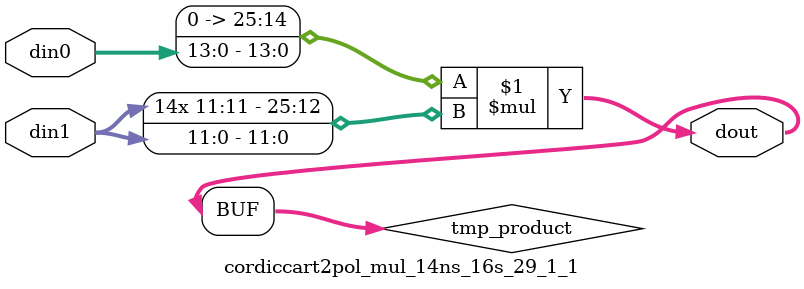
<source format=v>

`timescale 1 ns / 1 ps

 module cordiccart2pol_mul_14ns_16s_29_1_1(din0, din1, dout);
parameter ID = 1;
parameter NUM_STAGE = 0;
parameter din0_WIDTH = 14;
parameter din1_WIDTH = 12;
parameter dout_WIDTH = 26;

input [din0_WIDTH - 1 : 0] din0; 
input [din1_WIDTH - 1 : 0] din1; 
output [dout_WIDTH - 1 : 0] dout;

wire signed [dout_WIDTH - 1 : 0] tmp_product;

























assign tmp_product = $signed({1'b0, din0}) * $signed(din1);










assign dout = tmp_product;





















endmodule

</source>
